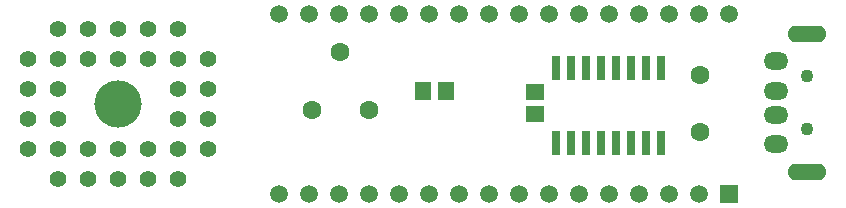
<source format=gbr>
G04 DipTrace 4.1.3.1*
G04 BottomMask.gbr*
%MOIN*%
G04 #@! TF.FileFunction,Soldermask,Bot*
G04 #@! TF.Part,Single*
%ADD31C,0.059055*%
%ADD33C,0.043307*%
%ADD34C,0.15748*%
%ADD39C,0.062992*%
%ADD40R,0.027559X0.082677*%
%ADD43R,0.062992X0.062992*%
%ADD45C,0.055118*%
%ADD51C,0.062992*%
%ADD52O,0.129921X0.055118*%
%ADD54O,0.082677X0.059055*%
%ADD58R,0.062992X0.055118*%
%ADD60R,0.055118X0.062992*%
%FSLAX26Y26*%
G04*
G70*
G90*
G75*
G01*
G04 BotMask*
%LPD*%
D54*
X3015748Y777559D3*
Y875984D3*
Y954724D3*
Y1053150D3*
D52*
X3118110Y1145669D3*
Y685039D3*
D33*
Y1003937D3*
Y826772D3*
D51*
X1561024Y1084646D3*
D60*
X1915354Y954724D3*
X1840551D3*
D58*
X2212598Y952756D3*
Y877953D3*
D45*
X1024016Y962598D3*
X1124016Y862598D3*
X1024016D3*
X1124016Y762598D3*
X1024016Y662598D3*
Y762598D3*
X924016Y662598D3*
Y762598D3*
X824016Y662598D3*
Y762598D3*
X724016Y662598D3*
Y762598D3*
X624016Y662598D3*
X524016Y762598D3*
X624016D3*
X524016Y862598D3*
X624016D3*
X524016Y962598D3*
X624016D3*
X524016Y1062598D3*
X624016D3*
X724016Y1162598D3*
Y1062598D3*
X824016Y1162598D3*
Y1062598D3*
X924016Y1162598D3*
Y1062598D3*
X1024016Y1162598D3*
X1124016Y1062598D3*
X1024016D3*
X1124016Y962598D3*
X624016Y1162598D3*
D34*
X824016Y912598D3*
D43*
X2860236Y612598D3*
D31*
X2760236D3*
X2660236D3*
X2560236D3*
X2460236D3*
X2360236D3*
X2260236D3*
X2160236D3*
X2060236D3*
X1960236D3*
X1860236D3*
X1760236D3*
X1660236D3*
X1560236D3*
X1460236D3*
X1360236D3*
Y1212598D3*
X1460236D3*
X1560236D3*
X1660236D3*
X1760236D3*
X1860236D3*
X1960236D3*
X2060236D3*
X2160236D3*
X2260236D3*
X2360236D3*
X2460236D3*
X2560236D3*
X2660236D3*
X2760236D3*
X2860236D3*
D40*
X2482283Y1031496D3*
X2532285D3*
Y781496D3*
X2482283D3*
X2582283Y1031496D3*
X2632285D3*
Y781496D3*
X2582283D3*
X2282283Y1031496D3*
X2332285D3*
Y781496D3*
X2282283D3*
X2382283Y1031496D3*
X2432285D3*
Y781496D3*
X2382283D3*
D39*
X1470472Y889764D3*
X1660472D3*
X2761811Y1007874D3*
Y817874D3*
M02*

</source>
